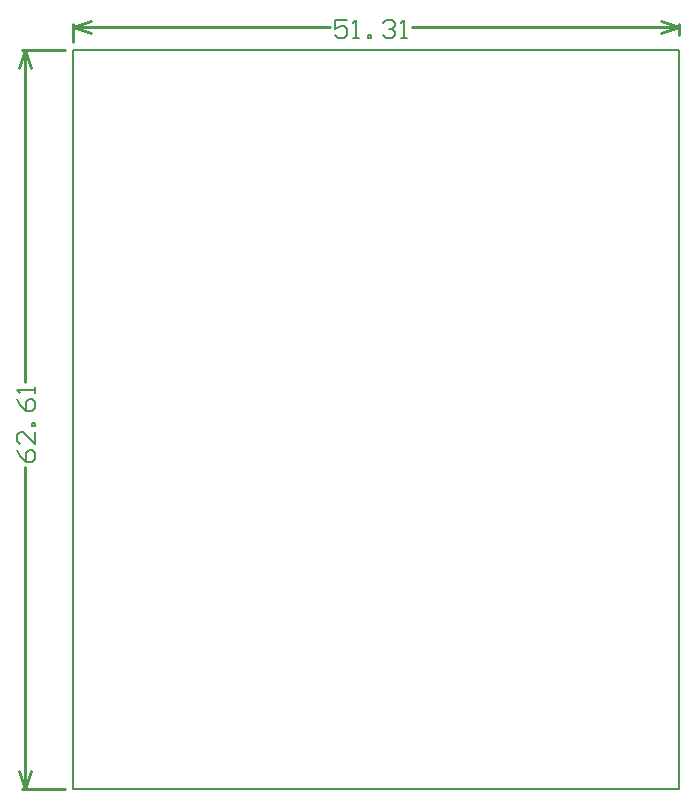
<source format=gko>
G04*
G04 #@! TF.GenerationSoftware,Altium Limited,Altium Designer,18.1.9 (240)*
G04*
G04 Layer_Color=16711935*
%FSLAX24Y24*%
%MOIN*%
G70*
G01*
G75*
%ADD10C,0.0100*%
%ADD13C,0.0060*%
%ADD63C,0.0080*%
D10*
X9950Y50750D02*
X10550Y50950D01*
X9950Y50750D02*
X10550Y50550D01*
X29550D02*
X30150Y50750D01*
X29550Y50950D02*
X30150Y50750D01*
X9950D02*
X18530D01*
X21250D02*
X30150D01*
X9950Y50250D02*
Y50850D01*
X30150Y50500D02*
Y50850D01*
X8350Y50000D02*
X8550Y49400D01*
X8150D02*
X8350Y50000D01*
X8150Y25950D02*
X8350Y25350D01*
X8550Y25950D01*
X8350Y38925D02*
Y50000D01*
Y25350D02*
Y36105D01*
X8250Y50000D02*
X9700D01*
X8250Y25350D02*
X9700D01*
D13*
X19090Y50990D02*
X18690D01*
Y50690D01*
X18890Y50790D01*
X18990D01*
X19090Y50690D01*
Y50490D01*
X18990Y50390D01*
X18790D01*
X18690Y50490D01*
X19290Y50390D02*
X19490D01*
X19390D01*
Y50990D01*
X19290Y50890D01*
X19790Y50390D02*
Y50490D01*
X19890D01*
Y50390D01*
X19790D01*
X20290Y50890D02*
X20390Y50990D01*
X20590D01*
X20690Y50890D01*
Y50790D01*
X20590Y50690D01*
X20490D01*
X20590D01*
X20690Y50590D01*
Y50490D01*
X20590Y50390D01*
X20390D01*
X20290Y50490D01*
X20890Y50390D02*
X21090D01*
X20990D01*
Y50990D01*
X20890Y50890D01*
X8110Y36665D02*
X8210Y36465D01*
X8410Y36265D01*
X8610D01*
X8710Y36365D01*
Y36565D01*
X8610Y36665D01*
X8510D01*
X8410Y36565D01*
Y36265D01*
X8710Y37265D02*
Y36865D01*
X8310Y37265D01*
X8210D01*
X8110Y37165D01*
Y36965D01*
X8210Y36865D01*
X8710Y37465D02*
X8610D01*
Y37565D01*
X8710D01*
Y37465D01*
X8110Y38365D02*
X8210Y38165D01*
X8410Y37965D01*
X8610D01*
X8710Y38065D01*
Y38265D01*
X8610Y38365D01*
X8510D01*
X8410Y38265D01*
Y37965D01*
X8710Y38565D02*
Y38765D01*
Y38665D01*
X8110D01*
X8210Y38565D01*
D63*
X30150Y25350D02*
Y50000D01*
X9950Y25350D02*
X30150D01*
X9950D02*
Y50000D01*
X30150D01*
M02*

</source>
